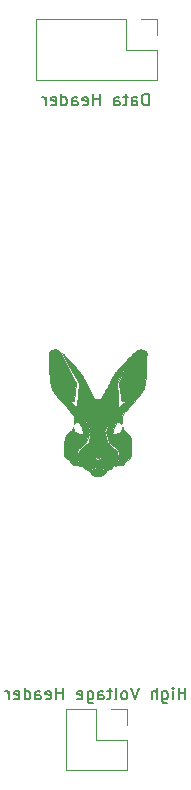
<source format=gbo>
G04 #@! TF.GenerationSoftware,KiCad,Pcbnew,(5.1.12-1-10_14)*
G04 #@! TF.CreationDate,2022-01-30T16:38:09+01:00*
G04 #@! TF.ProjectId,NixieDisplayControllerV2,4e697869-6544-4697-9370-6c6179436f6e,rev?*
G04 #@! TF.SameCoordinates,Original*
G04 #@! TF.FileFunction,Legend,Bot*
G04 #@! TF.FilePolarity,Positive*
%FSLAX46Y46*%
G04 Gerber Fmt 4.6, Leading zero omitted, Abs format (unit mm)*
G04 Created by KiCad (PCBNEW (5.1.12-1-10_14)) date 2022-01-30 16:38:09*
%MOMM*%
%LPD*%
G01*
G04 APERTURE LIST*
%ADD10C,0.150000*%
%ADD11C,0.010000*%
%ADD12C,0.120000*%
%ADD13O,1.676400X1.270000*%
%ADD14O,1.676400X1.676400*%
%ADD15C,1.676400*%
%ADD16O,1.700000X1.700000*%
%ADD17R,1.700000X1.700000*%
%ADD18C,0.800000*%
%ADD19C,6.400000*%
%ADD20O,1.600000X1.600000*%
%ADD21R,1.600000X1.600000*%
G04 APERTURE END LIST*
D10*
X150422619Y-127388880D02*
X150422619Y-126388880D01*
X150422619Y-126865071D02*
X149851190Y-126865071D01*
X149851190Y-127388880D02*
X149851190Y-126388880D01*
X149375000Y-127388880D02*
X149375000Y-126722214D01*
X149375000Y-126388880D02*
X149422619Y-126436500D01*
X149375000Y-126484119D01*
X149327380Y-126436500D01*
X149375000Y-126388880D01*
X149375000Y-126484119D01*
X148470238Y-126722214D02*
X148470238Y-127531738D01*
X148517857Y-127626976D01*
X148565476Y-127674595D01*
X148660714Y-127722214D01*
X148803571Y-127722214D01*
X148898809Y-127674595D01*
X148470238Y-127341261D02*
X148565476Y-127388880D01*
X148755952Y-127388880D01*
X148851190Y-127341261D01*
X148898809Y-127293642D01*
X148946428Y-127198404D01*
X148946428Y-126912690D01*
X148898809Y-126817452D01*
X148851190Y-126769833D01*
X148755952Y-126722214D01*
X148565476Y-126722214D01*
X148470238Y-126769833D01*
X147994047Y-127388880D02*
X147994047Y-126388880D01*
X147565476Y-127388880D02*
X147565476Y-126865071D01*
X147613095Y-126769833D01*
X147708333Y-126722214D01*
X147851190Y-126722214D01*
X147946428Y-126769833D01*
X147994047Y-126817452D01*
X146470238Y-126388880D02*
X146136904Y-127388880D01*
X145803571Y-126388880D01*
X145327380Y-127388880D02*
X145422619Y-127341261D01*
X145470238Y-127293642D01*
X145517857Y-127198404D01*
X145517857Y-126912690D01*
X145470238Y-126817452D01*
X145422619Y-126769833D01*
X145327380Y-126722214D01*
X145184523Y-126722214D01*
X145089285Y-126769833D01*
X145041666Y-126817452D01*
X144994047Y-126912690D01*
X144994047Y-127198404D01*
X145041666Y-127293642D01*
X145089285Y-127341261D01*
X145184523Y-127388880D01*
X145327380Y-127388880D01*
X144422619Y-127388880D02*
X144517857Y-127341261D01*
X144565476Y-127246023D01*
X144565476Y-126388880D01*
X144184523Y-126722214D02*
X143803571Y-126722214D01*
X144041666Y-126388880D02*
X144041666Y-127246023D01*
X143994047Y-127341261D01*
X143898809Y-127388880D01*
X143803571Y-127388880D01*
X143041666Y-127388880D02*
X143041666Y-126865071D01*
X143089285Y-126769833D01*
X143184523Y-126722214D01*
X143375000Y-126722214D01*
X143470238Y-126769833D01*
X143041666Y-127341261D02*
X143136904Y-127388880D01*
X143375000Y-127388880D01*
X143470238Y-127341261D01*
X143517857Y-127246023D01*
X143517857Y-127150785D01*
X143470238Y-127055547D01*
X143375000Y-127007928D01*
X143136904Y-127007928D01*
X143041666Y-126960309D01*
X142136904Y-126722214D02*
X142136904Y-127531738D01*
X142184523Y-127626976D01*
X142232142Y-127674595D01*
X142327380Y-127722214D01*
X142470238Y-127722214D01*
X142565476Y-127674595D01*
X142136904Y-127341261D02*
X142232142Y-127388880D01*
X142422619Y-127388880D01*
X142517857Y-127341261D01*
X142565476Y-127293642D01*
X142613095Y-127198404D01*
X142613095Y-126912690D01*
X142565476Y-126817452D01*
X142517857Y-126769833D01*
X142422619Y-126722214D01*
X142232142Y-126722214D01*
X142136904Y-126769833D01*
X141279761Y-127341261D02*
X141375000Y-127388880D01*
X141565476Y-127388880D01*
X141660714Y-127341261D01*
X141708333Y-127246023D01*
X141708333Y-126865071D01*
X141660714Y-126769833D01*
X141565476Y-126722214D01*
X141375000Y-126722214D01*
X141279761Y-126769833D01*
X141232142Y-126865071D01*
X141232142Y-126960309D01*
X141708333Y-127055547D01*
X140041666Y-127388880D02*
X140041666Y-126388880D01*
X140041666Y-126865071D02*
X139470238Y-126865071D01*
X139470238Y-127388880D02*
X139470238Y-126388880D01*
X138613095Y-127341261D02*
X138708333Y-127388880D01*
X138898809Y-127388880D01*
X138994047Y-127341261D01*
X139041666Y-127246023D01*
X139041666Y-126865071D01*
X138994047Y-126769833D01*
X138898809Y-126722214D01*
X138708333Y-126722214D01*
X138613095Y-126769833D01*
X138565476Y-126865071D01*
X138565476Y-126960309D01*
X139041666Y-127055547D01*
X137708333Y-127388880D02*
X137708333Y-126865071D01*
X137755952Y-126769833D01*
X137851190Y-126722214D01*
X138041666Y-126722214D01*
X138136904Y-126769833D01*
X137708333Y-127341261D02*
X137803571Y-127388880D01*
X138041666Y-127388880D01*
X138136904Y-127341261D01*
X138184523Y-127246023D01*
X138184523Y-127150785D01*
X138136904Y-127055547D01*
X138041666Y-127007928D01*
X137803571Y-127007928D01*
X137708333Y-126960309D01*
X136803571Y-127388880D02*
X136803571Y-126388880D01*
X136803571Y-127341261D02*
X136898809Y-127388880D01*
X137089285Y-127388880D01*
X137184523Y-127341261D01*
X137232142Y-127293642D01*
X137279761Y-127198404D01*
X137279761Y-126912690D01*
X137232142Y-126817452D01*
X137184523Y-126769833D01*
X137089285Y-126722214D01*
X136898809Y-126722214D01*
X136803571Y-126769833D01*
X135946428Y-127341261D02*
X136041666Y-127388880D01*
X136232142Y-127388880D01*
X136327380Y-127341261D01*
X136375000Y-127246023D01*
X136375000Y-126865071D01*
X136327380Y-126769833D01*
X136232142Y-126722214D01*
X136041666Y-126722214D01*
X135946428Y-126769833D01*
X135898809Y-126865071D01*
X135898809Y-126960309D01*
X136375000Y-127055547D01*
X135470238Y-127388880D02*
X135470238Y-126722214D01*
X135470238Y-126912690D02*
X135422619Y-126817452D01*
X135375000Y-126769833D01*
X135279761Y-126722214D01*
X135184523Y-126722214D01*
X147303571Y-77096880D02*
X147303571Y-76096880D01*
X147065476Y-76096880D01*
X146922619Y-76144500D01*
X146827380Y-76239738D01*
X146779761Y-76334976D01*
X146732142Y-76525452D01*
X146732142Y-76668309D01*
X146779761Y-76858785D01*
X146827380Y-76954023D01*
X146922619Y-77049261D01*
X147065476Y-77096880D01*
X147303571Y-77096880D01*
X145875000Y-77096880D02*
X145875000Y-76573071D01*
X145922619Y-76477833D01*
X146017857Y-76430214D01*
X146208333Y-76430214D01*
X146303571Y-76477833D01*
X145875000Y-77049261D02*
X145970238Y-77096880D01*
X146208333Y-77096880D01*
X146303571Y-77049261D01*
X146351190Y-76954023D01*
X146351190Y-76858785D01*
X146303571Y-76763547D01*
X146208333Y-76715928D01*
X145970238Y-76715928D01*
X145875000Y-76668309D01*
X145541666Y-76430214D02*
X145160714Y-76430214D01*
X145398809Y-76096880D02*
X145398809Y-76954023D01*
X145351190Y-77049261D01*
X145255952Y-77096880D01*
X145160714Y-77096880D01*
X144398809Y-77096880D02*
X144398809Y-76573071D01*
X144446428Y-76477833D01*
X144541666Y-76430214D01*
X144732142Y-76430214D01*
X144827380Y-76477833D01*
X144398809Y-77049261D02*
X144494047Y-77096880D01*
X144732142Y-77096880D01*
X144827380Y-77049261D01*
X144875000Y-76954023D01*
X144875000Y-76858785D01*
X144827380Y-76763547D01*
X144732142Y-76715928D01*
X144494047Y-76715928D01*
X144398809Y-76668309D01*
X143160714Y-77096880D02*
X143160714Y-76096880D01*
X143160714Y-76573071D02*
X142589285Y-76573071D01*
X142589285Y-77096880D02*
X142589285Y-76096880D01*
X141732142Y-77049261D02*
X141827380Y-77096880D01*
X142017857Y-77096880D01*
X142113095Y-77049261D01*
X142160714Y-76954023D01*
X142160714Y-76573071D01*
X142113095Y-76477833D01*
X142017857Y-76430214D01*
X141827380Y-76430214D01*
X141732142Y-76477833D01*
X141684523Y-76573071D01*
X141684523Y-76668309D01*
X142160714Y-76763547D01*
X140827380Y-77096880D02*
X140827380Y-76573071D01*
X140875000Y-76477833D01*
X140970238Y-76430214D01*
X141160714Y-76430214D01*
X141255952Y-76477833D01*
X140827380Y-77049261D02*
X140922619Y-77096880D01*
X141160714Y-77096880D01*
X141255952Y-77049261D01*
X141303571Y-76954023D01*
X141303571Y-76858785D01*
X141255952Y-76763547D01*
X141160714Y-76715928D01*
X140922619Y-76715928D01*
X140827380Y-76668309D01*
X139922619Y-77096880D02*
X139922619Y-76096880D01*
X139922619Y-77049261D02*
X140017857Y-77096880D01*
X140208333Y-77096880D01*
X140303571Y-77049261D01*
X140351190Y-77001642D01*
X140398809Y-76906404D01*
X140398809Y-76620690D01*
X140351190Y-76525452D01*
X140303571Y-76477833D01*
X140208333Y-76430214D01*
X140017857Y-76430214D01*
X139922619Y-76477833D01*
X139065476Y-77049261D02*
X139160714Y-77096880D01*
X139351190Y-77096880D01*
X139446428Y-77049261D01*
X139494047Y-76954023D01*
X139494047Y-76573071D01*
X139446428Y-76477833D01*
X139351190Y-76430214D01*
X139160714Y-76430214D01*
X139065476Y-76477833D01*
X139017857Y-76573071D01*
X139017857Y-76668309D01*
X139494047Y-76763547D01*
X138589285Y-77096880D02*
X138589285Y-76430214D01*
X138589285Y-76620690D02*
X138541666Y-76525452D01*
X138494047Y-76477833D01*
X138398809Y-76430214D01*
X138303571Y-76430214D01*
D11*
G36*
X139110383Y-97843489D02*
G01*
X138865909Y-97963567D01*
X138876917Y-98581634D01*
X138886028Y-98981338D01*
X138898549Y-99347714D01*
X138914518Y-99681132D01*
X138933975Y-99981963D01*
X138956956Y-100250577D01*
X138983500Y-100487343D01*
X139013646Y-100692634D01*
X139047430Y-100866818D01*
X139084892Y-101010266D01*
X139126070Y-101123348D01*
X139142066Y-101157197D01*
X139177653Y-101216909D01*
X139235306Y-101300236D01*
X139314061Y-101405964D01*
X139412951Y-101532877D01*
X139531013Y-101679761D01*
X139667281Y-101845402D01*
X139820789Y-102028584D01*
X139990574Y-102228093D01*
X140020986Y-102263545D01*
X140205476Y-102478721D01*
X140368985Y-102670183D01*
X140512937Y-102839610D01*
X140638756Y-102988684D01*
X140747868Y-103119086D01*
X140831198Y-103219732D01*
X140893109Y-103295637D01*
X140936058Y-103350790D01*
X140963054Y-103390211D01*
X140977101Y-103418923D01*
X140981206Y-103441950D01*
X140978375Y-103464314D01*
X140978160Y-103465265D01*
X140971523Y-103495698D01*
X140967141Y-103523095D01*
X140964983Y-103553825D01*
X140965016Y-103594257D01*
X140967205Y-103650760D01*
X140971519Y-103729703D01*
X140976367Y-103811438D01*
X140990911Y-104054376D01*
X141069938Y-103976538D01*
X141114867Y-103934241D01*
X141149100Y-103910916D01*
X141185225Y-103900946D01*
X141235833Y-103898715D01*
X141244410Y-103898700D01*
X141339856Y-103898700D01*
X141474229Y-104089200D01*
X141525924Y-104162817D01*
X141572588Y-104229868D01*
X141609680Y-104283787D01*
X141632658Y-104318010D01*
X141635237Y-104322034D01*
X141646065Y-104349094D01*
X141662557Y-104402033D01*
X141682883Y-104473701D01*
X141705209Y-104556950D01*
X141727706Y-104644632D01*
X141748543Y-104729597D01*
X141765887Y-104804698D01*
X141777908Y-104862786D01*
X141782775Y-104896711D01*
X141782801Y-104898082D01*
X141766763Y-104905508D01*
X141722172Y-104911037D01*
X141654314Y-104914173D01*
X141605965Y-104914701D01*
X141429129Y-104914701D01*
X141232755Y-104819190D01*
X141157608Y-104781092D01*
X141093574Y-104745716D01*
X141046940Y-104716744D01*
X141023993Y-104697858D01*
X141023119Y-104696424D01*
X141013235Y-104669352D01*
X140997022Y-104617783D01*
X140976990Y-104549913D01*
X140961624Y-104495600D01*
X140940878Y-104424650D01*
X140922270Y-104367713D01*
X140908126Y-104331525D01*
X140901677Y-104322034D01*
X140892332Y-104337177D01*
X140879726Y-104376598D01*
X140868372Y-104423768D01*
X140860859Y-104457224D01*
X140852012Y-104485556D01*
X140838595Y-104512746D01*
X140817372Y-104542773D01*
X140785107Y-104579617D01*
X140738564Y-104627258D01*
X140674506Y-104689678D01*
X140589698Y-104770855D01*
X140573958Y-104785878D01*
X140301134Y-105046254D01*
X140154522Y-105706606D01*
X140166899Y-106245371D01*
X140179275Y-106784137D01*
X140540764Y-107158894D01*
X140902254Y-107533650D01*
X141225143Y-107572048D01*
X141326017Y-107583453D01*
X141415126Y-107592404D01*
X141487114Y-107598455D01*
X141536623Y-107601161D01*
X141558297Y-107600074D01*
X141558653Y-107599826D01*
X141552372Y-107583910D01*
X141526750Y-107549938D01*
X141486436Y-107503763D01*
X141459784Y-107475387D01*
X141388307Y-107401380D01*
X141335966Y-107345618D01*
X141299291Y-107301126D01*
X141274811Y-107260933D01*
X141259058Y-107218065D01*
X141248562Y-107165549D01*
X141239852Y-107096410D01*
X141230782Y-107015171D01*
X141219847Y-106914806D01*
X141213372Y-106836275D01*
X141211367Y-106768319D01*
X141213843Y-106699683D01*
X141220808Y-106619110D01*
X141231207Y-106524608D01*
X141244047Y-106420637D01*
X141255665Y-106345802D01*
X141267051Y-106295442D01*
X141279198Y-106264899D01*
X141289120Y-106252434D01*
X141309692Y-106235215D01*
X141352678Y-106199555D01*
X141414347Y-106148538D01*
X141490968Y-106085247D01*
X141578809Y-106012768D01*
X141674139Y-105934185D01*
X141675407Y-105933140D01*
X142032100Y-105639247D01*
X142310004Y-104719967D01*
X142063336Y-104128712D01*
X142008165Y-103996074D01*
X141957532Y-103873577D01*
X141912831Y-103764653D01*
X141875455Y-103672736D01*
X141846801Y-103601257D01*
X141828263Y-103553649D01*
X141821234Y-103533345D01*
X141821251Y-103532872D01*
X141830348Y-103545875D01*
X141853931Y-103584786D01*
X141889923Y-103645973D01*
X141936247Y-103725803D01*
X141990823Y-103820645D01*
X142051575Y-103926866D01*
X142116426Y-104040835D01*
X142183296Y-104158920D01*
X142250109Y-104277489D01*
X142314787Y-104392910D01*
X142370480Y-104492944D01*
X142460582Y-104655388D01*
X142355351Y-105141690D01*
X142250121Y-105627991D01*
X142105361Y-105748995D01*
X142046410Y-105798485D01*
X141997420Y-105840014D01*
X141964032Y-105868775D01*
X141952134Y-105879589D01*
X141937202Y-105892959D01*
X141900375Y-105924776D01*
X141845633Y-105971637D01*
X141776956Y-106030137D01*
X141698322Y-106096873D01*
X141677178Y-106114780D01*
X141587431Y-106190572D01*
X141519313Y-106249337D01*
X141469204Y-106296618D01*
X141433483Y-106337960D01*
X141408530Y-106378906D01*
X141390726Y-106425001D01*
X141376450Y-106481788D01*
X141362083Y-106554811D01*
X141350784Y-106614634D01*
X141339796Y-106674264D01*
X141333080Y-106722216D01*
X141330854Y-106766705D01*
X141333336Y-106815948D01*
X141340746Y-106878160D01*
X141353303Y-106961557D01*
X141361389Y-107012567D01*
X141400794Y-107259967D01*
X141612964Y-107542023D01*
X141687481Y-107640576D01*
X141746793Y-107716319D01*
X141795943Y-107773594D01*
X141839971Y-107816738D01*
X141883921Y-107850092D01*
X141932834Y-107877994D01*
X141991753Y-107904784D01*
X142065719Y-107934802D01*
X142072477Y-107937488D01*
X142167421Y-107975218D01*
X142550844Y-107830506D01*
X142934267Y-107685795D01*
X142934267Y-107123598D01*
X142726834Y-106972462D01*
X142606368Y-106880775D01*
X142506100Y-106796334D01*
X142429017Y-106721858D01*
X142378107Y-106660066D01*
X142370495Y-106648073D01*
X142380287Y-106649366D01*
X142415241Y-106665775D01*
X142471365Y-106695186D01*
X142544668Y-106735481D01*
X142631156Y-106784545D01*
X142666829Y-106805153D01*
X142759805Y-106858661D01*
X142843397Y-106905890D01*
X142913014Y-106944318D01*
X142964068Y-106971423D01*
X142991969Y-106984684D01*
X142995237Y-106985591D01*
X143014441Y-106977752D01*
X143057839Y-106955765D01*
X143120323Y-106922462D01*
X143196786Y-106880677D01*
X143282121Y-106833245D01*
X143371220Y-106782998D01*
X143458977Y-106732771D01*
X143540283Y-106685397D01*
X143594667Y-106653016D01*
X143653934Y-106617284D01*
X143596161Y-106690522D01*
X143543115Y-106749937D01*
X143470932Y-106817101D01*
X143376566Y-106894595D01*
X143256972Y-106984999D01*
X143199067Y-107027022D01*
X143051961Y-107132744D01*
X143061267Y-107683048D01*
X143450734Y-107830965D01*
X143557999Y-107871665D01*
X143653958Y-107908000D01*
X143734341Y-107938359D01*
X143794874Y-107961131D01*
X143831287Y-107974705D01*
X143840200Y-107977877D01*
X143854016Y-107971352D01*
X143888318Y-107956406D01*
X143899467Y-107951642D01*
X143987973Y-107913875D01*
X144056593Y-107882911D01*
X144110852Y-107854180D01*
X144156274Y-107823110D01*
X144198387Y-107785130D01*
X144242714Y-107735670D01*
X144294782Y-107670158D01*
X144360115Y-107584023D01*
X144387056Y-107548267D01*
X144595245Y-107272133D01*
X144680593Y-106768901D01*
X144642027Y-106565701D01*
X144631894Y-106509597D01*
X144623434Y-106463808D01*
X144614084Y-106425242D01*
X144601284Y-106390808D01*
X144582473Y-106357414D01*
X144555089Y-106321968D01*
X144516571Y-106281379D01*
X144464358Y-106232556D01*
X144395890Y-106172406D01*
X144308604Y-106097838D01*
X144199939Y-106005761D01*
X144126598Y-105943531D01*
X143753168Y-105626162D01*
X143656984Y-105154959D01*
X143632136Y-105032519D01*
X143609670Y-104920458D01*
X143590450Y-104823190D01*
X143575338Y-104745130D01*
X143565197Y-104690691D01*
X143560890Y-104664289D01*
X143560800Y-104662946D01*
X143568746Y-104643164D01*
X143591154Y-104597921D01*
X143625880Y-104531273D01*
X143670779Y-104447274D01*
X143723709Y-104349979D01*
X143782525Y-104243443D01*
X143784003Y-104240785D01*
X143848964Y-104123930D01*
X143913857Y-104007113D01*
X143975242Y-103896533D01*
X144029679Y-103798387D01*
X144073730Y-103718874D01*
X144098358Y-103674334D01*
X144135253Y-103608277D01*
X144165932Y-103554801D01*
X144186913Y-103519878D01*
X144194574Y-103509234D01*
X144189551Y-103524339D01*
X144173057Y-103567387D01*
X144146447Y-103634980D01*
X144111078Y-103723717D01*
X144068306Y-103830198D01*
X144019486Y-103951024D01*
X143965976Y-104082795D01*
X143956472Y-104106134D01*
X143901959Y-104240521D01*
X143851705Y-104365514D01*
X143807112Y-104477544D01*
X143769581Y-104573038D01*
X143740516Y-104648427D01*
X143721316Y-104700140D01*
X143713385Y-104724605D01*
X143713253Y-104725666D01*
X143717774Y-104747385D01*
X143730549Y-104797147D01*
X143750353Y-104870479D01*
X143775960Y-104962910D01*
X143806146Y-105069970D01*
X143839686Y-105187186D01*
X143840200Y-105188973D01*
X143873642Y-105305147D01*
X143903785Y-105410128D01*
X143929422Y-105499683D01*
X143949341Y-105569578D01*
X143962335Y-105615578D01*
X143967193Y-105633449D01*
X143967200Y-105633521D01*
X143979747Y-105644834D01*
X144015240Y-105674966D01*
X144070463Y-105721231D01*
X144142196Y-105780947D01*
X144227221Y-105851429D01*
X144322321Y-105929993D01*
X144354725Y-105956706D01*
X144742249Y-106276020D01*
X144770949Y-106523116D01*
X144782186Y-106624352D01*
X144788922Y-106703211D01*
X144791172Y-106770878D01*
X144788949Y-106838539D01*
X144782266Y-106917382D01*
X144771539Y-107015089D01*
X144759171Y-107116446D01*
X144747733Y-107190432D01*
X144735374Y-107243425D01*
X144720244Y-107281808D01*
X144700490Y-107311960D01*
X144678400Y-107336167D01*
X144614482Y-107401516D01*
X144555335Y-107464581D01*
X144505088Y-107520670D01*
X144467872Y-107565092D01*
X144447817Y-107593158D01*
X144445851Y-107600329D01*
X144465045Y-107601560D01*
X144512496Y-107598987D01*
X144582864Y-107593063D01*
X144670810Y-107584243D01*
X144770991Y-107572979D01*
X144779536Y-107571967D01*
X145103103Y-107533489D01*
X145163890Y-107464461D01*
X145192846Y-107433072D01*
X145241556Y-107381946D01*
X145305884Y-107315354D01*
X145381693Y-107237563D01*
X145464846Y-107152841D01*
X145522314Y-107094623D01*
X145819950Y-106793812D01*
X145834787Y-106256423D01*
X145849623Y-105719034D01*
X145777266Y-105388834D01*
X145704908Y-105058634D01*
X145593688Y-104948567D01*
X145536200Y-104892024D01*
X145463881Y-104821402D01*
X145386342Y-104746062D01*
X145318965Y-104680931D01*
X145251196Y-104614662D01*
X145203968Y-104565158D01*
X145172767Y-104526398D01*
X145153079Y-104492360D01*
X145140390Y-104457024D01*
X145134885Y-104435397D01*
X145121260Y-104381731D01*
X145108882Y-104340535D01*
X145103533Y-104327015D01*
X145095264Y-104334354D01*
X145080381Y-104369030D01*
X145060894Y-104425632D01*
X145038809Y-104498745D01*
X145035590Y-104510116D01*
X144978421Y-104713635D01*
X144577321Y-104914701D01*
X144399261Y-104914701D01*
X144315711Y-104913125D01*
X144256371Y-104908647D01*
X144225104Y-104901643D01*
X144221200Y-104897447D01*
X144224794Y-104875778D01*
X144234717Y-104827125D01*
X144249687Y-104757501D01*
X144268419Y-104672923D01*
X144281211Y-104616267D01*
X144341222Y-104352342D01*
X144497827Y-104129754D01*
X144654432Y-103907167D01*
X144743222Y-103902028D01*
X144795058Y-103900978D01*
X144832094Y-103908628D01*
X144867815Y-103930112D01*
X144909990Y-103965528D01*
X144952915Y-104001695D01*
X144985941Y-104026564D01*
X145000123Y-104034167D01*
X145006687Y-104018358D01*
X145013159Y-103975423D01*
X145019216Y-103912103D01*
X145024535Y-103835139D01*
X145028793Y-103751271D01*
X145031668Y-103667240D01*
X145032836Y-103589786D01*
X145031976Y-103525650D01*
X145028764Y-103481572D01*
X145027032Y-103472161D01*
X145011596Y-103409688D01*
X145343883Y-103014961D01*
X145445062Y-102894921D01*
X145561419Y-102757126D01*
X145686167Y-102609598D01*
X145812518Y-102460360D01*
X145933684Y-102317432D01*
X146042879Y-102188838D01*
X146043222Y-102188434D01*
X146204324Y-101998276D01*
X146344319Y-101831573D01*
X146464633Y-101686497D01*
X146566691Y-101561218D01*
X146651920Y-101453910D01*
X146721745Y-101362743D01*
X146777593Y-101285889D01*
X146820888Y-101221521D01*
X146853058Y-101167810D01*
X146875528Y-101122927D01*
X146877172Y-101119143D01*
X146918377Y-101002376D01*
X146956294Y-100852069D01*
X146990898Y-100668390D01*
X147022162Y-100451509D01*
X147050059Y-100201593D01*
X147074563Y-99918813D01*
X147083114Y-99800834D01*
X147087809Y-99721456D01*
X147092660Y-99619111D01*
X147097571Y-99497793D01*
X147102447Y-99361494D01*
X147107192Y-99214210D01*
X147111711Y-99059933D01*
X147115909Y-98902658D01*
X147119690Y-98746378D01*
X147122958Y-98595087D01*
X147125618Y-98452778D01*
X147127574Y-98323446D01*
X147128731Y-98211085D01*
X147128994Y-98119687D01*
X147128268Y-98053247D01*
X147126455Y-98015758D01*
X147125887Y-98011716D01*
X147120061Y-97988293D01*
X147109282Y-97968620D01*
X147088717Y-97949273D01*
X147053534Y-97926824D01*
X146998902Y-97897847D01*
X146919987Y-97858919D01*
X146889502Y-97844132D01*
X146807520Y-97805510D01*
X146734353Y-97773048D01*
X146676292Y-97749387D01*
X146639625Y-97737166D01*
X146632206Y-97736077D01*
X146606284Y-97744024D01*
X146556827Y-97765099D01*
X146490137Y-97796412D01*
X146412520Y-97835074D01*
X146382842Y-97850377D01*
X146165350Y-97963567D01*
X145497125Y-99292066D01*
X144828899Y-100620565D01*
X144923079Y-101366399D01*
X144942666Y-101521995D01*
X144960870Y-101667534D01*
X144977262Y-101799510D01*
X144991411Y-101914421D01*
X145002887Y-102008762D01*
X145011262Y-102079029D01*
X145016104Y-102121718D01*
X145017163Y-102133401D01*
X145026359Y-102148131D01*
X145056429Y-102153328D01*
X145110834Y-102148901D01*
X145193031Y-102134759D01*
X145227242Y-102127862D01*
X145290898Y-102115880D01*
X145342284Y-102108384D01*
X145371944Y-102106701D01*
X145374411Y-102107171D01*
X145367325Y-102119480D01*
X145337874Y-102150913D01*
X145289268Y-102198392D01*
X145224719Y-102258840D01*
X145147436Y-102329178D01*
X145081992Y-102387504D01*
X144771534Y-102661824D01*
X144759554Y-102598696D01*
X144756251Y-102570301D01*
X144751072Y-102511395D01*
X144744254Y-102425268D01*
X144736035Y-102315211D01*
X144726652Y-102184514D01*
X144716343Y-102036466D01*
X144705346Y-101874357D01*
X144693898Y-101701478D01*
X144686340Y-101585071D01*
X144625105Y-100634575D01*
X145077691Y-99807071D01*
X145171556Y-99635452D01*
X145268234Y-99458698D01*
X145365058Y-99281681D01*
X145459367Y-99109269D01*
X145548494Y-98946335D01*
X145629777Y-98797747D01*
X145700551Y-98668377D01*
X145758151Y-98563094D01*
X145765730Y-98549243D01*
X145827377Y-98436425D01*
X145884832Y-98330996D01*
X145935756Y-98237269D01*
X145977811Y-98159560D01*
X146008656Y-98102182D01*
X146025954Y-98069449D01*
X146027380Y-98066643D01*
X146035412Y-98051127D01*
X146041786Y-98038641D01*
X146044534Y-98031174D01*
X146041684Y-98030713D01*
X146031268Y-98039246D01*
X146011316Y-98058762D01*
X145979856Y-98091247D01*
X145934920Y-98138689D01*
X145874538Y-98203078D01*
X145796739Y-98286399D01*
X145699554Y-98390641D01*
X145592537Y-98505434D01*
X145486368Y-98619230D01*
X145376224Y-98737182D01*
X145267158Y-98853887D01*
X145164223Y-98963940D01*
X145072473Y-99061937D01*
X144996959Y-99142474D01*
X144975022Y-99165834D01*
X144880702Y-99266373D01*
X144805230Y-99347475D01*
X144744175Y-99414298D01*
X144693106Y-99472005D01*
X144647595Y-99525756D01*
X144603210Y-99580711D01*
X144555521Y-99642031D01*
X144500098Y-99714877D01*
X144473821Y-99749657D01*
X144444811Y-99788394D01*
X144417593Y-99825757D01*
X144391077Y-99863775D01*
X144364173Y-99904480D01*
X144335791Y-99949902D01*
X144304840Y-100002070D01*
X144270231Y-100063016D01*
X144230874Y-100134770D01*
X144185679Y-100219362D01*
X144133555Y-100318822D01*
X144073413Y-100435180D01*
X144004163Y-100570468D01*
X143924715Y-100726715D01*
X143833978Y-100905952D01*
X143730862Y-101110209D01*
X143614278Y-101341516D01*
X143539523Y-101489934D01*
X143298610Y-101968301D01*
X143002139Y-101968242D01*
X142705667Y-101968184D01*
X142519401Y-101599752D01*
X142390331Y-101344436D01*
X142275544Y-101117409D01*
X142174005Y-100916753D01*
X142084685Y-100740550D01*
X142006551Y-100586881D01*
X141938571Y-100453828D01*
X141879714Y-100339474D01*
X141828949Y-100241900D01*
X141785243Y-100159187D01*
X141747564Y-100089419D01*
X141714882Y-100030676D01*
X141686165Y-99981041D01*
X141660380Y-99938596D01*
X141636497Y-99901421D01*
X141613483Y-99867600D01*
X141590308Y-99835214D01*
X141565938Y-99802345D01*
X141539343Y-99767074D01*
X141519726Y-99741092D01*
X141473057Y-99680244D01*
X141423264Y-99617741D01*
X141368191Y-99551169D01*
X141305680Y-99478118D01*
X141233574Y-99396175D01*
X141149717Y-99302928D01*
X141051951Y-99195965D01*
X140938118Y-99072874D01*
X140806063Y-98931244D01*
X140653627Y-98768661D01*
X140580534Y-98690919D01*
X140506807Y-98612331D01*
X140418653Y-98518014D01*
X140324614Y-98417125D01*
X140233229Y-98318824D01*
X140182600Y-98264220D01*
X140114067Y-98190623D01*
X140053796Y-98126687D01*
X140005377Y-98076154D01*
X139972400Y-98042765D01*
X139958453Y-98030265D01*
X139958264Y-98030282D01*
X139965575Y-98045347D01*
X139988014Y-98087975D01*
X140024423Y-98156032D01*
X140073646Y-98247385D01*
X140134525Y-98359902D01*
X140205903Y-98491450D01*
X140286624Y-98639896D01*
X140375530Y-98803108D01*
X140471465Y-98978953D01*
X140573270Y-99165298D01*
X140665486Y-99333878D01*
X141376911Y-100633694D01*
X141310151Y-101641258D01*
X141298036Y-101822551D01*
X141286410Y-101993592D01*
X141275485Y-102151425D01*
X141265475Y-102293095D01*
X141256595Y-102415645D01*
X141249060Y-102516120D01*
X141243082Y-102591565D01*
X141238875Y-102639022D01*
X141236697Y-102655516D01*
X141220903Y-102650677D01*
X141197368Y-102632641D01*
X141175466Y-102613033D01*
X141132378Y-102574655D01*
X141072260Y-102521202D01*
X140999270Y-102456369D01*
X140917563Y-102383850D01*
X140881101Y-102351505D01*
X140799323Y-102278788D01*
X140726779Y-102213929D01*
X140667061Y-102160169D01*
X140623764Y-102120751D01*
X140600481Y-102098916D01*
X140597467Y-102095614D01*
X140612786Y-102096907D01*
X140653804Y-102104002D01*
X140713113Y-102115569D01*
X140745634Y-102122261D01*
X140817780Y-102136420D01*
X140881831Y-102147350D01*
X140927226Y-102153307D01*
X140937053Y-102153900D01*
X140980305Y-102154567D01*
X141075972Y-101390963D01*
X141171638Y-100627358D01*
X140505340Y-99295463D01*
X139839043Y-97963567D01*
X139596950Y-97843489D01*
X139354858Y-97723411D01*
X139110383Y-97843489D01*
G37*
X139110383Y-97843489D02*
X138865909Y-97963567D01*
X138876917Y-98581634D01*
X138886028Y-98981338D01*
X138898549Y-99347714D01*
X138914518Y-99681132D01*
X138933975Y-99981963D01*
X138956956Y-100250577D01*
X138983500Y-100487343D01*
X139013646Y-100692634D01*
X139047430Y-100866818D01*
X139084892Y-101010266D01*
X139126070Y-101123348D01*
X139142066Y-101157197D01*
X139177653Y-101216909D01*
X139235306Y-101300236D01*
X139314061Y-101405964D01*
X139412951Y-101532877D01*
X139531013Y-101679761D01*
X139667281Y-101845402D01*
X139820789Y-102028584D01*
X139990574Y-102228093D01*
X140020986Y-102263545D01*
X140205476Y-102478721D01*
X140368985Y-102670183D01*
X140512937Y-102839610D01*
X140638756Y-102988684D01*
X140747868Y-103119086D01*
X140831198Y-103219732D01*
X140893109Y-103295637D01*
X140936058Y-103350790D01*
X140963054Y-103390211D01*
X140977101Y-103418923D01*
X140981206Y-103441950D01*
X140978375Y-103464314D01*
X140978160Y-103465265D01*
X140971523Y-103495698D01*
X140967141Y-103523095D01*
X140964983Y-103553825D01*
X140965016Y-103594257D01*
X140967205Y-103650760D01*
X140971519Y-103729703D01*
X140976367Y-103811438D01*
X140990911Y-104054376D01*
X141069938Y-103976538D01*
X141114867Y-103934241D01*
X141149100Y-103910916D01*
X141185225Y-103900946D01*
X141235833Y-103898715D01*
X141244410Y-103898700D01*
X141339856Y-103898700D01*
X141474229Y-104089200D01*
X141525924Y-104162817D01*
X141572588Y-104229868D01*
X141609680Y-104283787D01*
X141632658Y-104318010D01*
X141635237Y-104322034D01*
X141646065Y-104349094D01*
X141662557Y-104402033D01*
X141682883Y-104473701D01*
X141705209Y-104556950D01*
X141727706Y-104644632D01*
X141748543Y-104729597D01*
X141765887Y-104804698D01*
X141777908Y-104862786D01*
X141782775Y-104896711D01*
X141782801Y-104898082D01*
X141766763Y-104905508D01*
X141722172Y-104911037D01*
X141654314Y-104914173D01*
X141605965Y-104914701D01*
X141429129Y-104914701D01*
X141232755Y-104819190D01*
X141157608Y-104781092D01*
X141093574Y-104745716D01*
X141046940Y-104716744D01*
X141023993Y-104697858D01*
X141023119Y-104696424D01*
X141013235Y-104669352D01*
X140997022Y-104617783D01*
X140976990Y-104549913D01*
X140961624Y-104495600D01*
X140940878Y-104424650D01*
X140922270Y-104367713D01*
X140908126Y-104331525D01*
X140901677Y-104322034D01*
X140892332Y-104337177D01*
X140879726Y-104376598D01*
X140868372Y-104423768D01*
X140860859Y-104457224D01*
X140852012Y-104485556D01*
X140838595Y-104512746D01*
X140817372Y-104542773D01*
X140785107Y-104579617D01*
X140738564Y-104627258D01*
X140674506Y-104689678D01*
X140589698Y-104770855D01*
X140573958Y-104785878D01*
X140301134Y-105046254D01*
X140154522Y-105706606D01*
X140166899Y-106245371D01*
X140179275Y-106784137D01*
X140540764Y-107158894D01*
X140902254Y-107533650D01*
X141225143Y-107572048D01*
X141326017Y-107583453D01*
X141415126Y-107592404D01*
X141487114Y-107598455D01*
X141536623Y-107601161D01*
X141558297Y-107600074D01*
X141558653Y-107599826D01*
X141552372Y-107583910D01*
X141526750Y-107549938D01*
X141486436Y-107503763D01*
X141459784Y-107475387D01*
X141388307Y-107401380D01*
X141335966Y-107345618D01*
X141299291Y-107301126D01*
X141274811Y-107260933D01*
X141259058Y-107218065D01*
X141248562Y-107165549D01*
X141239852Y-107096410D01*
X141230782Y-107015171D01*
X141219847Y-106914806D01*
X141213372Y-106836275D01*
X141211367Y-106768319D01*
X141213843Y-106699683D01*
X141220808Y-106619110D01*
X141231207Y-106524608D01*
X141244047Y-106420637D01*
X141255665Y-106345802D01*
X141267051Y-106295442D01*
X141279198Y-106264899D01*
X141289120Y-106252434D01*
X141309692Y-106235215D01*
X141352678Y-106199555D01*
X141414347Y-106148538D01*
X141490968Y-106085247D01*
X141578809Y-106012768D01*
X141674139Y-105934185D01*
X141675407Y-105933140D01*
X142032100Y-105639247D01*
X142310004Y-104719967D01*
X142063336Y-104128712D01*
X142008165Y-103996074D01*
X141957532Y-103873577D01*
X141912831Y-103764653D01*
X141875455Y-103672736D01*
X141846801Y-103601257D01*
X141828263Y-103553649D01*
X141821234Y-103533345D01*
X141821251Y-103532872D01*
X141830348Y-103545875D01*
X141853931Y-103584786D01*
X141889923Y-103645973D01*
X141936247Y-103725803D01*
X141990823Y-103820645D01*
X142051575Y-103926866D01*
X142116426Y-104040835D01*
X142183296Y-104158920D01*
X142250109Y-104277489D01*
X142314787Y-104392910D01*
X142370480Y-104492944D01*
X142460582Y-104655388D01*
X142355351Y-105141690D01*
X142250121Y-105627991D01*
X142105361Y-105748995D01*
X142046410Y-105798485D01*
X141997420Y-105840014D01*
X141964032Y-105868775D01*
X141952134Y-105879589D01*
X141937202Y-105892959D01*
X141900375Y-105924776D01*
X141845633Y-105971637D01*
X141776956Y-106030137D01*
X141698322Y-106096873D01*
X141677178Y-106114780D01*
X141587431Y-106190572D01*
X141519313Y-106249337D01*
X141469204Y-106296618D01*
X141433483Y-106337960D01*
X141408530Y-106378906D01*
X141390726Y-106425001D01*
X141376450Y-106481788D01*
X141362083Y-106554811D01*
X141350784Y-106614634D01*
X141339796Y-106674264D01*
X141333080Y-106722216D01*
X141330854Y-106766705D01*
X141333336Y-106815948D01*
X141340746Y-106878160D01*
X141353303Y-106961557D01*
X141361389Y-107012567D01*
X141400794Y-107259967D01*
X141612964Y-107542023D01*
X141687481Y-107640576D01*
X141746793Y-107716319D01*
X141795943Y-107773594D01*
X141839971Y-107816738D01*
X141883921Y-107850092D01*
X141932834Y-107877994D01*
X141991753Y-107904784D01*
X142065719Y-107934802D01*
X142072477Y-107937488D01*
X142167421Y-107975218D01*
X142550844Y-107830506D01*
X142934267Y-107685795D01*
X142934267Y-107123598D01*
X142726834Y-106972462D01*
X142606368Y-106880775D01*
X142506100Y-106796334D01*
X142429017Y-106721858D01*
X142378107Y-106660066D01*
X142370495Y-106648073D01*
X142380287Y-106649366D01*
X142415241Y-106665775D01*
X142471365Y-106695186D01*
X142544668Y-106735481D01*
X142631156Y-106784545D01*
X142666829Y-106805153D01*
X142759805Y-106858661D01*
X142843397Y-106905890D01*
X142913014Y-106944318D01*
X142964068Y-106971423D01*
X142991969Y-106984684D01*
X142995237Y-106985591D01*
X143014441Y-106977752D01*
X143057839Y-106955765D01*
X143120323Y-106922462D01*
X143196786Y-106880677D01*
X143282121Y-106833245D01*
X143371220Y-106782998D01*
X143458977Y-106732771D01*
X143540283Y-106685397D01*
X143594667Y-106653016D01*
X143653934Y-106617284D01*
X143596161Y-106690522D01*
X143543115Y-106749937D01*
X143470932Y-106817101D01*
X143376566Y-106894595D01*
X143256972Y-106984999D01*
X143199067Y-107027022D01*
X143051961Y-107132744D01*
X143061267Y-107683048D01*
X143450734Y-107830965D01*
X143557999Y-107871665D01*
X143653958Y-107908000D01*
X143734341Y-107938359D01*
X143794874Y-107961131D01*
X143831287Y-107974705D01*
X143840200Y-107977877D01*
X143854016Y-107971352D01*
X143888318Y-107956406D01*
X143899467Y-107951642D01*
X143987973Y-107913875D01*
X144056593Y-107882911D01*
X144110852Y-107854180D01*
X144156274Y-107823110D01*
X144198387Y-107785130D01*
X144242714Y-107735670D01*
X144294782Y-107670158D01*
X144360115Y-107584023D01*
X144387056Y-107548267D01*
X144595245Y-107272133D01*
X144680593Y-106768901D01*
X144642027Y-106565701D01*
X144631894Y-106509597D01*
X144623434Y-106463808D01*
X144614084Y-106425242D01*
X144601284Y-106390808D01*
X144582473Y-106357414D01*
X144555089Y-106321968D01*
X144516571Y-106281379D01*
X144464358Y-106232556D01*
X144395890Y-106172406D01*
X144308604Y-106097838D01*
X144199939Y-106005761D01*
X144126598Y-105943531D01*
X143753168Y-105626162D01*
X143656984Y-105154959D01*
X143632136Y-105032519D01*
X143609670Y-104920458D01*
X143590450Y-104823190D01*
X143575338Y-104745130D01*
X143565197Y-104690691D01*
X143560890Y-104664289D01*
X143560800Y-104662946D01*
X143568746Y-104643164D01*
X143591154Y-104597921D01*
X143625880Y-104531273D01*
X143670779Y-104447274D01*
X143723709Y-104349979D01*
X143782525Y-104243443D01*
X143784003Y-104240785D01*
X143848964Y-104123930D01*
X143913857Y-104007113D01*
X143975242Y-103896533D01*
X144029679Y-103798387D01*
X144073730Y-103718874D01*
X144098358Y-103674334D01*
X144135253Y-103608277D01*
X144165932Y-103554801D01*
X144186913Y-103519878D01*
X144194574Y-103509234D01*
X144189551Y-103524339D01*
X144173057Y-103567387D01*
X144146447Y-103634980D01*
X144111078Y-103723717D01*
X144068306Y-103830198D01*
X144019486Y-103951024D01*
X143965976Y-104082795D01*
X143956472Y-104106134D01*
X143901959Y-104240521D01*
X143851705Y-104365514D01*
X143807112Y-104477544D01*
X143769581Y-104573038D01*
X143740516Y-104648427D01*
X143721316Y-104700140D01*
X143713385Y-104724605D01*
X143713253Y-104725666D01*
X143717774Y-104747385D01*
X143730549Y-104797147D01*
X143750353Y-104870479D01*
X143775960Y-104962910D01*
X143806146Y-105069970D01*
X143839686Y-105187186D01*
X143840200Y-105188973D01*
X143873642Y-105305147D01*
X143903785Y-105410128D01*
X143929422Y-105499683D01*
X143949341Y-105569578D01*
X143962335Y-105615578D01*
X143967193Y-105633449D01*
X143967200Y-105633521D01*
X143979747Y-105644834D01*
X144015240Y-105674966D01*
X144070463Y-105721231D01*
X144142196Y-105780947D01*
X144227221Y-105851429D01*
X144322321Y-105929993D01*
X144354725Y-105956706D01*
X144742249Y-106276020D01*
X144770949Y-106523116D01*
X144782186Y-106624352D01*
X144788922Y-106703211D01*
X144791172Y-106770878D01*
X144788949Y-106838539D01*
X144782266Y-106917382D01*
X144771539Y-107015089D01*
X144759171Y-107116446D01*
X144747733Y-107190432D01*
X144735374Y-107243425D01*
X144720244Y-107281808D01*
X144700490Y-107311960D01*
X144678400Y-107336167D01*
X144614482Y-107401516D01*
X144555335Y-107464581D01*
X144505088Y-107520670D01*
X144467872Y-107565092D01*
X144447817Y-107593158D01*
X144445851Y-107600329D01*
X144465045Y-107601560D01*
X144512496Y-107598987D01*
X144582864Y-107593063D01*
X144670810Y-107584243D01*
X144770991Y-107572979D01*
X144779536Y-107571967D01*
X145103103Y-107533489D01*
X145163890Y-107464461D01*
X145192846Y-107433072D01*
X145241556Y-107381946D01*
X145305884Y-107315354D01*
X145381693Y-107237563D01*
X145464846Y-107152841D01*
X145522314Y-107094623D01*
X145819950Y-106793812D01*
X145834787Y-106256423D01*
X145849623Y-105719034D01*
X145777266Y-105388834D01*
X145704908Y-105058634D01*
X145593688Y-104948567D01*
X145536200Y-104892024D01*
X145463881Y-104821402D01*
X145386342Y-104746062D01*
X145318965Y-104680931D01*
X145251196Y-104614662D01*
X145203968Y-104565158D01*
X145172767Y-104526398D01*
X145153079Y-104492360D01*
X145140390Y-104457024D01*
X145134885Y-104435397D01*
X145121260Y-104381731D01*
X145108882Y-104340535D01*
X145103533Y-104327015D01*
X145095264Y-104334354D01*
X145080381Y-104369030D01*
X145060894Y-104425632D01*
X145038809Y-104498745D01*
X145035590Y-104510116D01*
X144978421Y-104713635D01*
X144577321Y-104914701D01*
X144399261Y-104914701D01*
X144315711Y-104913125D01*
X144256371Y-104908647D01*
X144225104Y-104901643D01*
X144221200Y-104897447D01*
X144224794Y-104875778D01*
X144234717Y-104827125D01*
X144249687Y-104757501D01*
X144268419Y-104672923D01*
X144281211Y-104616267D01*
X144341222Y-104352342D01*
X144497827Y-104129754D01*
X144654432Y-103907167D01*
X144743222Y-103902028D01*
X144795058Y-103900978D01*
X144832094Y-103908628D01*
X144867815Y-103930112D01*
X144909990Y-103965528D01*
X144952915Y-104001695D01*
X144985941Y-104026564D01*
X145000123Y-104034167D01*
X145006687Y-104018358D01*
X145013159Y-103975423D01*
X145019216Y-103912103D01*
X145024535Y-103835139D01*
X145028793Y-103751271D01*
X145031668Y-103667240D01*
X145032836Y-103589786D01*
X145031976Y-103525650D01*
X145028764Y-103481572D01*
X145027032Y-103472161D01*
X145011596Y-103409688D01*
X145343883Y-103014961D01*
X145445062Y-102894921D01*
X145561419Y-102757126D01*
X145686167Y-102609598D01*
X145812518Y-102460360D01*
X145933684Y-102317432D01*
X146042879Y-102188838D01*
X146043222Y-102188434D01*
X146204324Y-101998276D01*
X146344319Y-101831573D01*
X146464633Y-101686497D01*
X146566691Y-101561218D01*
X146651920Y-101453910D01*
X146721745Y-101362743D01*
X146777593Y-101285889D01*
X146820888Y-101221521D01*
X146853058Y-101167810D01*
X146875528Y-101122927D01*
X146877172Y-101119143D01*
X146918377Y-101002376D01*
X146956294Y-100852069D01*
X146990898Y-100668390D01*
X147022162Y-100451509D01*
X147050059Y-100201593D01*
X147074563Y-99918813D01*
X147083114Y-99800834D01*
X147087809Y-99721456D01*
X147092660Y-99619111D01*
X147097571Y-99497793D01*
X147102447Y-99361494D01*
X147107192Y-99214210D01*
X147111711Y-99059933D01*
X147115909Y-98902658D01*
X147119690Y-98746378D01*
X147122958Y-98595087D01*
X147125618Y-98452778D01*
X147127574Y-98323446D01*
X147128731Y-98211085D01*
X147128994Y-98119687D01*
X147128268Y-98053247D01*
X147126455Y-98015758D01*
X147125887Y-98011716D01*
X147120061Y-97988293D01*
X147109282Y-97968620D01*
X147088717Y-97949273D01*
X147053534Y-97926824D01*
X146998902Y-97897847D01*
X146919987Y-97858919D01*
X146889502Y-97844132D01*
X146807520Y-97805510D01*
X146734353Y-97773048D01*
X146676292Y-97749387D01*
X146639625Y-97737166D01*
X146632206Y-97736077D01*
X146606284Y-97744024D01*
X146556827Y-97765099D01*
X146490137Y-97796412D01*
X146412520Y-97835074D01*
X146382842Y-97850377D01*
X146165350Y-97963567D01*
X145497125Y-99292066D01*
X144828899Y-100620565D01*
X144923079Y-101366399D01*
X144942666Y-101521995D01*
X144960870Y-101667534D01*
X144977262Y-101799510D01*
X144991411Y-101914421D01*
X145002887Y-102008762D01*
X145011262Y-102079029D01*
X145016104Y-102121718D01*
X145017163Y-102133401D01*
X145026359Y-102148131D01*
X145056429Y-102153328D01*
X145110834Y-102148901D01*
X145193031Y-102134759D01*
X145227242Y-102127862D01*
X145290898Y-102115880D01*
X145342284Y-102108384D01*
X145371944Y-102106701D01*
X145374411Y-102107171D01*
X145367325Y-102119480D01*
X145337874Y-102150913D01*
X145289268Y-102198392D01*
X145224719Y-102258840D01*
X145147436Y-102329178D01*
X145081992Y-102387504D01*
X144771534Y-102661824D01*
X144759554Y-102598696D01*
X144756251Y-102570301D01*
X144751072Y-102511395D01*
X144744254Y-102425268D01*
X144736035Y-102315211D01*
X144726652Y-102184514D01*
X144716343Y-102036466D01*
X144705346Y-101874357D01*
X144693898Y-101701478D01*
X144686340Y-101585071D01*
X144625105Y-100634575D01*
X145077691Y-99807071D01*
X145171556Y-99635452D01*
X145268234Y-99458698D01*
X145365058Y-99281681D01*
X145459367Y-99109269D01*
X145548494Y-98946335D01*
X145629777Y-98797747D01*
X145700551Y-98668377D01*
X145758151Y-98563094D01*
X145765730Y-98549243D01*
X145827377Y-98436425D01*
X145884832Y-98330996D01*
X145935756Y-98237269D01*
X145977811Y-98159560D01*
X146008656Y-98102182D01*
X146025954Y-98069449D01*
X146027380Y-98066643D01*
X146035412Y-98051127D01*
X146041786Y-98038641D01*
X146044534Y-98031174D01*
X146041684Y-98030713D01*
X146031268Y-98039246D01*
X146011316Y-98058762D01*
X145979856Y-98091247D01*
X145934920Y-98138689D01*
X145874538Y-98203078D01*
X145796739Y-98286399D01*
X145699554Y-98390641D01*
X145592537Y-98505434D01*
X145486368Y-98619230D01*
X145376224Y-98737182D01*
X145267158Y-98853887D01*
X145164223Y-98963940D01*
X145072473Y-99061937D01*
X144996959Y-99142474D01*
X144975022Y-99165834D01*
X144880702Y-99266373D01*
X144805230Y-99347475D01*
X144744175Y-99414298D01*
X144693106Y-99472005D01*
X144647595Y-99525756D01*
X144603210Y-99580711D01*
X144555521Y-99642031D01*
X144500098Y-99714877D01*
X144473821Y-99749657D01*
X144444811Y-99788394D01*
X144417593Y-99825757D01*
X144391077Y-99863775D01*
X144364173Y-99904480D01*
X144335791Y-99949902D01*
X144304840Y-100002070D01*
X144270231Y-100063016D01*
X144230874Y-100134770D01*
X144185679Y-100219362D01*
X144133555Y-100318822D01*
X144073413Y-100435180D01*
X144004163Y-100570468D01*
X143924715Y-100726715D01*
X143833978Y-100905952D01*
X143730862Y-101110209D01*
X143614278Y-101341516D01*
X143539523Y-101489934D01*
X143298610Y-101968301D01*
X143002139Y-101968242D01*
X142705667Y-101968184D01*
X142519401Y-101599752D01*
X142390331Y-101344436D01*
X142275544Y-101117409D01*
X142174005Y-100916753D01*
X142084685Y-100740550D01*
X142006551Y-100586881D01*
X141938571Y-100453828D01*
X141879714Y-100339474D01*
X141828949Y-100241900D01*
X141785243Y-100159187D01*
X141747564Y-100089419D01*
X141714882Y-100030676D01*
X141686165Y-99981041D01*
X141660380Y-99938596D01*
X141636497Y-99901421D01*
X141613483Y-99867600D01*
X141590308Y-99835214D01*
X141565938Y-99802345D01*
X141539343Y-99767074D01*
X141519726Y-99741092D01*
X141473057Y-99680244D01*
X141423264Y-99617741D01*
X141368191Y-99551169D01*
X141305680Y-99478118D01*
X141233574Y-99396175D01*
X141149717Y-99302928D01*
X141051951Y-99195965D01*
X140938118Y-99072874D01*
X140806063Y-98931244D01*
X140653627Y-98768661D01*
X140580534Y-98690919D01*
X140506807Y-98612331D01*
X140418653Y-98518014D01*
X140324614Y-98417125D01*
X140233229Y-98318824D01*
X140182600Y-98264220D01*
X140114067Y-98190623D01*
X140053796Y-98126687D01*
X140005377Y-98076154D01*
X139972400Y-98042765D01*
X139958453Y-98030265D01*
X139958264Y-98030282D01*
X139965575Y-98045347D01*
X139988014Y-98087975D01*
X140024423Y-98156032D01*
X140073646Y-98247385D01*
X140134525Y-98359902D01*
X140205903Y-98491450D01*
X140286624Y-98639896D01*
X140375530Y-98803108D01*
X140471465Y-98978953D01*
X140573270Y-99165298D01*
X140665486Y-99333878D01*
X141376911Y-100633694D01*
X141310151Y-101641258D01*
X141298036Y-101822551D01*
X141286410Y-101993592D01*
X141275485Y-102151425D01*
X141265475Y-102293095D01*
X141256595Y-102415645D01*
X141249060Y-102516120D01*
X141243082Y-102591565D01*
X141238875Y-102639022D01*
X141236697Y-102655516D01*
X141220903Y-102650677D01*
X141197368Y-102632641D01*
X141175466Y-102613033D01*
X141132378Y-102574655D01*
X141072260Y-102521202D01*
X140999270Y-102456369D01*
X140917563Y-102383850D01*
X140881101Y-102351505D01*
X140799323Y-102278788D01*
X140726779Y-102213929D01*
X140667061Y-102160169D01*
X140623764Y-102120751D01*
X140600481Y-102098916D01*
X140597467Y-102095614D01*
X140612786Y-102096907D01*
X140653804Y-102104002D01*
X140713113Y-102115569D01*
X140745634Y-102122261D01*
X140817780Y-102136420D01*
X140881831Y-102147350D01*
X140927226Y-102153307D01*
X140937053Y-102153900D01*
X140980305Y-102154567D01*
X141075972Y-101390963D01*
X141171638Y-100627358D01*
X140505340Y-99295463D01*
X139839043Y-97963567D01*
X139596950Y-97843489D01*
X139354858Y-97723411D01*
X139110383Y-97843489D01*
G36*
X142627616Y-107909839D02*
G01*
X142522253Y-107945197D01*
X142428533Y-107977335D01*
X142350946Y-108004656D01*
X142293982Y-108025565D01*
X142262131Y-108038464D01*
X142256934Y-108041636D01*
X142267156Y-108057127D01*
X142295173Y-108093537D01*
X142337010Y-108145842D01*
X142388693Y-108209020D01*
X142403272Y-108226629D01*
X142461139Y-108296164D01*
X142505963Y-108346447D01*
X142545209Y-108381741D01*
X142586343Y-108406307D01*
X142636827Y-108424406D01*
X142704128Y-108440301D01*
X142795709Y-108458252D01*
X142815734Y-108462105D01*
X142884250Y-108475413D01*
X142941727Y-108486749D01*
X142978709Y-108494242D01*
X142985067Y-108495611D01*
X143011160Y-108494468D01*
X143062424Y-108486965D01*
X143131037Y-108474390D01*
X143196734Y-108460766D01*
X143275403Y-108443574D01*
X143344639Y-108428357D01*
X143396032Y-108416968D01*
X143418868Y-108411808D01*
X143441768Y-108396116D01*
X143480577Y-108358798D01*
X143530624Y-108305122D01*
X143587233Y-108240353D01*
X143645734Y-108169761D01*
X143701452Y-108098612D01*
X143725909Y-108065709D01*
X143730281Y-108055642D01*
X143725789Y-108045346D01*
X143708886Y-108033273D01*
X143676023Y-108017877D01*
X143623655Y-107997610D01*
X143548234Y-107970926D01*
X143446212Y-107936278D01*
X143372691Y-107911668D01*
X142998299Y-107786707D01*
X142627616Y-107909839D01*
G37*
X142627616Y-107909839D02*
X142522253Y-107945197D01*
X142428533Y-107977335D01*
X142350946Y-108004656D01*
X142293982Y-108025565D01*
X142262131Y-108038464D01*
X142256934Y-108041636D01*
X142267156Y-108057127D01*
X142295173Y-108093537D01*
X142337010Y-108145842D01*
X142388693Y-108209020D01*
X142403272Y-108226629D01*
X142461139Y-108296164D01*
X142505963Y-108346447D01*
X142545209Y-108381741D01*
X142586343Y-108406307D01*
X142636827Y-108424406D01*
X142704128Y-108440301D01*
X142795709Y-108458252D01*
X142815734Y-108462105D01*
X142884250Y-108475413D01*
X142941727Y-108486749D01*
X142978709Y-108494242D01*
X142985067Y-108495611D01*
X143011160Y-108494468D01*
X143062424Y-108486965D01*
X143131037Y-108474390D01*
X143196734Y-108460766D01*
X143275403Y-108443574D01*
X143344639Y-108428357D01*
X143396032Y-108416968D01*
X143418868Y-108411808D01*
X143441768Y-108396116D01*
X143480577Y-108358798D01*
X143530624Y-108305122D01*
X143587233Y-108240353D01*
X143645734Y-108169761D01*
X143701452Y-108098612D01*
X143725909Y-108065709D01*
X143730281Y-108055642D01*
X143725789Y-108045346D01*
X143708886Y-108033273D01*
X143676023Y-108017877D01*
X143623655Y-107997610D01*
X143548234Y-107970926D01*
X143446212Y-107936278D01*
X143372691Y-107911668D01*
X142998299Y-107786707D01*
X142627616Y-107909839D01*
D12*
X145475000Y-133410000D02*
X145475000Y-130810000D01*
X145475000Y-133410000D02*
X140275000Y-133410000D01*
X140275000Y-133410000D02*
X140275000Y-128210000D01*
X142875000Y-128210000D02*
X140275000Y-128210000D01*
X142875000Y-130810000D02*
X142875000Y-128210000D01*
X145475000Y-130810000D02*
X142875000Y-130810000D01*
X145475000Y-128210000D02*
X144145000Y-128210000D01*
X145475000Y-129540000D02*
X145475000Y-128210000D01*
X148015000Y-74990000D02*
X148015000Y-72390000D01*
X148015000Y-74990000D02*
X137735000Y-74990000D01*
X137735000Y-74990000D02*
X137735000Y-69790000D01*
X145415000Y-69790000D02*
X137735000Y-69790000D01*
X145415000Y-72390000D02*
X145415000Y-69790000D01*
X148015000Y-72390000D02*
X145415000Y-72390000D01*
X148015000Y-69790000D02*
X146685000Y-69790000D01*
X148015000Y-71120000D02*
X148015000Y-69790000D01*
%LPC*%
D13*
X141605000Y-132080000D03*
D14*
X141605000Y-129540000D03*
D13*
X144145000Y-132080000D03*
D15*
X144145000Y-129540000D03*
D16*
X139065000Y-73660000D03*
X139065000Y-71120000D03*
X141605000Y-73660000D03*
X141605000Y-71120000D03*
X144145000Y-73660000D03*
X144145000Y-71120000D03*
X146685000Y-73660000D03*
D17*
X146685000Y-71120000D03*
D18*
X195372056Y-71327944D03*
X193675000Y-70625000D03*
X191977944Y-71327944D03*
X191275000Y-73025000D03*
X191977944Y-74722056D03*
X193675000Y-75425000D03*
X195372056Y-74722056D03*
X196075000Y-73025000D03*
D19*
X193675000Y-73025000D03*
D18*
X195372056Y-128477944D03*
X193675000Y-127775000D03*
X191977944Y-128477944D03*
X191275000Y-130175000D03*
X191977944Y-131872056D03*
X193675000Y-132575000D03*
X195372056Y-131872056D03*
X196075000Y-130175000D03*
D19*
X193675000Y-130175000D03*
D18*
X93772056Y-128477944D03*
X92075000Y-127775000D03*
X90377944Y-128477944D03*
X89675000Y-130175000D03*
X90377944Y-131872056D03*
X92075000Y-132575000D03*
X93772056Y-131872056D03*
X94475000Y-130175000D03*
D19*
X92075000Y-130175000D03*
D18*
X93772056Y-71327944D03*
X92075000Y-70625000D03*
X90377944Y-71327944D03*
X89675000Y-73025000D03*
X90377944Y-74722056D03*
X92075000Y-75425000D03*
X93772056Y-74722056D03*
X94475000Y-73025000D03*
D19*
X92075000Y-73025000D03*
D20*
X188595000Y-95885000D03*
X180975000Y-113665000D03*
X188595000Y-98425000D03*
X180975000Y-111125000D03*
X188595000Y-100965000D03*
X180975000Y-108585000D03*
X188595000Y-103505000D03*
X180975000Y-106045000D03*
X188595000Y-106045000D03*
X180975000Y-103505000D03*
X188595000Y-108585000D03*
X180975000Y-100965000D03*
X188595000Y-111125000D03*
X180975000Y-98425000D03*
X188595000Y-113665000D03*
D21*
X180975000Y-95885000D03*
D20*
X162560000Y-95885000D03*
X154940000Y-113665000D03*
X162560000Y-98425000D03*
X154940000Y-111125000D03*
X162560000Y-100965000D03*
X154940000Y-108585000D03*
X162560000Y-103505000D03*
X154940000Y-106045000D03*
X162560000Y-106045000D03*
X154940000Y-103505000D03*
X162560000Y-108585000D03*
X154940000Y-100965000D03*
X162560000Y-111125000D03*
X154940000Y-98425000D03*
X162560000Y-113665000D03*
D21*
X154940000Y-95885000D03*
D20*
X130810000Y-95885000D03*
X123190000Y-113665000D03*
X130810000Y-98425000D03*
X123190000Y-111125000D03*
X130810000Y-100965000D03*
X123190000Y-108585000D03*
X130810000Y-103505000D03*
X123190000Y-106045000D03*
X130810000Y-106045000D03*
X123190000Y-103505000D03*
X130810000Y-108585000D03*
X123190000Y-100965000D03*
X130810000Y-111125000D03*
X123190000Y-98425000D03*
X130810000Y-113665000D03*
D21*
X123190000Y-95885000D03*
D20*
X104775000Y-95885000D03*
X97155000Y-113665000D03*
X104775000Y-98425000D03*
X97155000Y-111125000D03*
X104775000Y-100965000D03*
X97155000Y-108585000D03*
X104775000Y-103505000D03*
X97155000Y-106045000D03*
X104775000Y-106045000D03*
X97155000Y-103505000D03*
X104775000Y-108585000D03*
X97155000Y-100965000D03*
X104775000Y-111125000D03*
X97155000Y-98425000D03*
X104775000Y-113665000D03*
D21*
X97155000Y-95885000D03*
D16*
X183515000Y-121920000D03*
D17*
X186055000Y-121920000D03*
D16*
X178435000Y-86360000D03*
X178435000Y-83820000D03*
X180975000Y-86360000D03*
X180975000Y-83820000D03*
X183515000Y-86360000D03*
X183515000Y-83820000D03*
X186055000Y-86360000D03*
X186055000Y-83820000D03*
X188595000Y-86360000D03*
X188595000Y-83820000D03*
X191135000Y-86360000D03*
D17*
X191135000Y-83820000D03*
D16*
X157480000Y-121920000D03*
D17*
X160020000Y-121920000D03*
D16*
X152400000Y-86360000D03*
X152400000Y-83820000D03*
X154940000Y-86360000D03*
X154940000Y-83820000D03*
X157480000Y-86360000D03*
X157480000Y-83820000D03*
X160020000Y-86360000D03*
X160020000Y-83820000D03*
X162560000Y-86360000D03*
X162560000Y-83820000D03*
X165100000Y-86360000D03*
D17*
X165100000Y-83820000D03*
D16*
X125730000Y-121920000D03*
D17*
X128270000Y-121920000D03*
D16*
X120650000Y-86360000D03*
X120650000Y-83820000D03*
X123190000Y-86360000D03*
X123190000Y-83820000D03*
X125730000Y-86360000D03*
X125730000Y-83820000D03*
X128270000Y-86360000D03*
X128270000Y-83820000D03*
X130810000Y-86360000D03*
X130810000Y-83820000D03*
X133350000Y-86360000D03*
D17*
X133350000Y-83820000D03*
X102235000Y-121920000D03*
D16*
X99695000Y-121920000D03*
X94615000Y-86360000D03*
X94615000Y-83820000D03*
X97155000Y-86360000D03*
X97155000Y-83820000D03*
X99695000Y-86360000D03*
X99695000Y-83820000D03*
X102235000Y-86360000D03*
X102235000Y-83820000D03*
X104775000Y-86360000D03*
X104775000Y-83820000D03*
X107315000Y-86360000D03*
D17*
X107315000Y-83820000D03*
D18*
X186482056Y-72851944D03*
X184785000Y-72149000D03*
X183087944Y-72851944D03*
X182385000Y-74549000D03*
X183087944Y-76246056D03*
X184785000Y-76949000D03*
X186482056Y-76246056D03*
X187185000Y-74549000D03*
D19*
X184785000Y-74549000D03*
D18*
X186482056Y-127334944D03*
X184785000Y-126632000D03*
X183087944Y-127334944D03*
X182385000Y-129032000D03*
X183087944Y-130729056D03*
X184785000Y-131432000D03*
X186482056Y-130729056D03*
X187185000Y-129032000D03*
D19*
X184785000Y-129032000D03*
D18*
X160447056Y-72851944D03*
X158750000Y-72149000D03*
X157052944Y-72851944D03*
X156350000Y-74549000D03*
X157052944Y-76246056D03*
X158750000Y-76949000D03*
X160447056Y-76246056D03*
X161150000Y-74549000D03*
D19*
X158750000Y-74549000D03*
D18*
X160447056Y-127321944D03*
X158750000Y-126619000D03*
X157052944Y-127321944D03*
X156350000Y-129019000D03*
X157052944Y-130716056D03*
X158750000Y-131419000D03*
X160447056Y-130716056D03*
X161150000Y-129019000D03*
D19*
X158750000Y-129019000D03*
D18*
X128697056Y-72851944D03*
X127000000Y-72149000D03*
X125302944Y-72851944D03*
X124600000Y-74549000D03*
X125302944Y-76246056D03*
X127000000Y-76949000D03*
X128697056Y-76246056D03*
X129400000Y-74549000D03*
D19*
X127000000Y-74549000D03*
D18*
X128697056Y-127334944D03*
X127000000Y-126632000D03*
X125302944Y-127334944D03*
X124600000Y-129032000D03*
X125302944Y-130729056D03*
X127000000Y-131432000D03*
X128697056Y-130729056D03*
X129400000Y-129032000D03*
D19*
X127000000Y-129032000D03*
D18*
X102662056Y-72851944D03*
X100965000Y-72149000D03*
X99267944Y-72851944D03*
X98565000Y-74549000D03*
X99267944Y-76246056D03*
X100965000Y-76949000D03*
X102662056Y-76246056D03*
X103365000Y-74549000D03*
D19*
X100965000Y-74549000D03*
X100965000Y-129032000D03*
D18*
X103365000Y-129032000D03*
X102662056Y-130729056D03*
X100965000Y-131432000D03*
X99267944Y-130729056D03*
X98565000Y-129032000D03*
X99267944Y-127334944D03*
X100965000Y-126632000D03*
X102662056Y-127334944D03*
M02*

</source>
